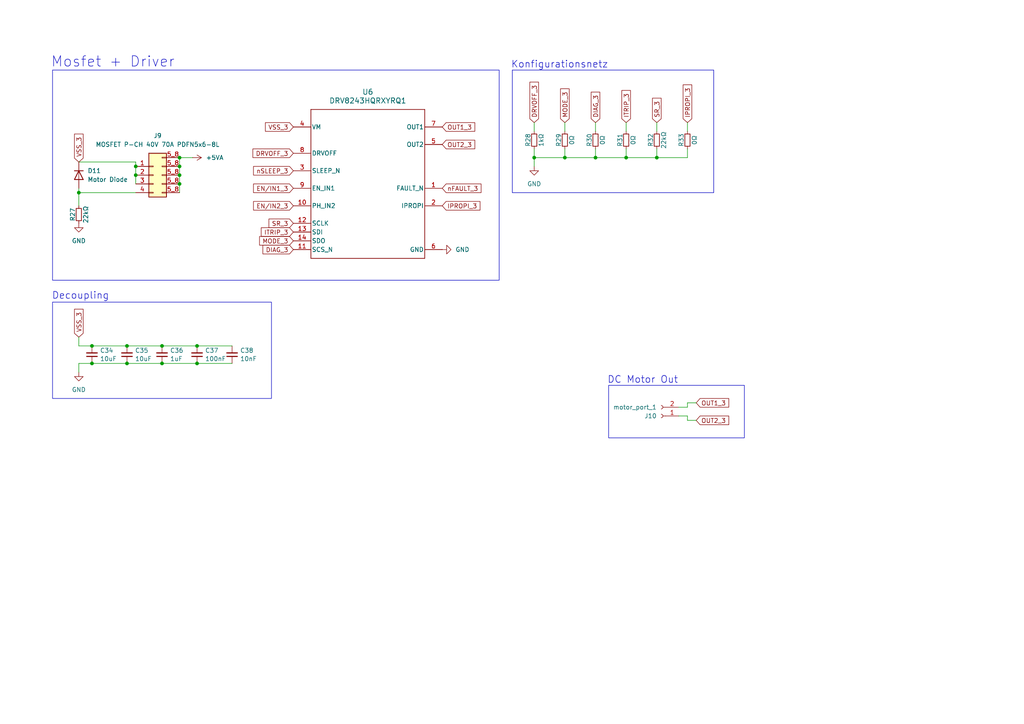
<source format=kicad_sch>
(kicad_sch (version 20250114) (generator "eeschema") (generator_version "9.0")
  (paper "A4")
  (lib_symbols
    (symbol "Connector:Conn_01x02_Socket" (pin_names (offset 1.016) (hide yes))
      (property "Reference" "J" (at 0 2.54 0))
      (property "Value" "Conn_01x02_Socket" (at 0 -5.08 0))
      (symbol "Conn_01x02_Socket_1_1"
        (polyline (pts (xy -1.27 0) (xy -0.508 0)) (stroke (width 0.1524)))
        (polyline (pts (xy -1.27 -2.54) (xy -0.508 -2.54)) (stroke (width 0.1524)))
        (arc (start 0 -0.508) (mid -0.5058 0) (end 0 0.508) (stroke (width 0.1524)))
        (arc (start 0 -3.048) (mid -0.5058 -2.54) (end 0 -2.032) (stroke (width 0.1524)))
        (pin passive line (at -5.08 0 0) (length 3.81) (name "Pin_1") (number "1"))
        (pin passive line (at -5.08 -2.54 0) (length 3.81) (name "Pin_2") (number "2"))
      )
    )
    (symbol "Connector_Generic:Conn_2Rows-09Pins" (pin_names (offset 1.016) (hide yes))
      (property "Reference" "J5" (at 1.27 -11.43 0))
      (property "Value" "MOSFET P-CH 40V 70A PDFN5x6-8L" (at 1.27 -8.89 0))
      (symbol "Conn_2Rows-09Pins_1_1"
        (rectangle (start -1.27 6.35) (end 3.81 -6.35) (stroke (width 0.254)) (fill (type background)))
        (rectangle (start -1.27 5.207) (end 0 4.953) (stroke (width 0.1524)))
        (rectangle (start -1.27 2.667) (end 0 2.413) (stroke (width 0.1524)))
        (rectangle (start -1.27 0.127) (end 0 -0.127) (stroke (width 0.1524)))
        (rectangle (start -1.27 -2.413) (end 0 -2.667) (stroke (width 0.1524)))
        (rectangle (start -1.27 -4.953) (end 0 -5.207) (stroke (width 0.1524)))
        (rectangle (start 3.81 5.207) (end 2.54 4.953) (stroke (width 0.1524)))
        (rectangle (start 3.81 2.667) (end 2.54 2.413) (stroke (width 0.1524)))
        (rectangle (start 3.81 0.127) (end 2.54 -0.127) (stroke (width 0.1524)))
        (rectangle (start 3.81 -2.413) (end 2.54 -2.667) (stroke (width 0.1524)))
        (pin passive line (at -5.08 5.08 0) (length 3.81) (name "Pin_5") (number "5_8"))
        (pin passive line (at -5.08 2.54 0) (length 3.81) (name "Pin_6") (number "5_8"))
        (pin passive line (at -5.08 0 0) (length 3.81) (name "Pin_7") (number "5_8"))
        (pin passive line (at -5.08 -2.54 0) (length 3.81) (name "Pin_8") (number "5_8"))
        (pin passive line (at -5.08 -5.08 0) (length 3.81) (name "Pin_9") (number "5_8"))
        (pin passive line (at 7.62 5.08 180) (length 3.81) (name "Pin_4") (number "4"))
        (pin passive line (at 7.62 2.54 180) (length 3.81) (name "Pin_3") (number "3"))
        (pin passive line (at 7.62 0 180) (length 3.81) (name "Pin_2") (number "2"))
        (pin passive line (at 7.62 -2.54 180) (length 3.81) (name "Pin_1") (number "1"))
      )
    )
    (symbol "DRV8243HQRXYRQ1:DRV8243HQRXYRQ1" (pin_names (offset 0.254))
      (property "Reference" "U" (at 0 2.54 0))
      (property "Value" "DRV8243HQRXYRQ1" (at 0 0 0))
      (symbol "DRV8243HQRXYRQ1_0_1"
        (polyline (pts (xy 5.08 5.08) (xy 5.08 -38.1)) (stroke (width 0.2032)))
        (polyline (pts (xy 5.08 -38.1) (xy 38.1 -38.1)) (stroke (width 0.2032)))
        (polyline (pts (xy 38.1 5.08) (xy 5.08 5.08)) (stroke (width 0.2032)))
        (polyline (pts (xy 38.1 -38.1) (xy 38.1 5.08)) (stroke (width 0.2032)))
        (pin power_in line (at 0 0 0) (length 5.08) (name "VM") (number "4"))
        (pin input line (at 0 -7.62 0) (length 5.08) (name "DRVOFF") (number "8"))
        (pin input line (at 0 -12.7 0) (length 5.08) (name "SLEEP_N") (number "3"))
        (pin input line (at 0 -17.78 0) (length 5.08) (name "EN_IN1") (number "9"))
        (pin input line (at 0 -22.86 0) (length 5.08) (name "PH_IN2") (number "10"))
        (pin input line (at 0 -27.94 0) (length 5.08) (name "SCLK") (number "12"))
        (pin input line (at 0 -30.48 0) (length 5.08) (name "SDI") (number "13"))
        (pin output line (at 0 -33.02 0) (length 5.08) (name "SDO") (number "14"))
        (pin input line (at 0 -35.56 0) (length 5.08) (name "SCS_N") (number "11"))
        (pin unspecified line (at 43.18 0 180) (length 5.08) (name "OUT1") (number "7"))
        (pin unspecified line (at 43.18 -5.08 180) (length 5.08) (name "OUT2") (number "5"))
        (pin open_collector line (at 43.18 -17.78 180) (length 5.08) (name "FAULT_N") (number "1"))
        (pin bidirectional line (at 43.18 -22.86 180) (length 5.08) (name "IPROPI") (number "2"))
        (pin power_in line (at 43.18 -35.56 180) (length 5.08) (name "GND") (number "6"))
      )
    )
    (symbol "Device:C_Small" (pin_numbers (hide yes)) (pin_names (offset 0.254) (hide yes))
      (property "Reference" "C" (at 0.254 1.778 0))
      (property "Value" "C_Small" (at 0.254 -2.032 0))
      (symbol "C_Small_0_1"
        (polyline (pts (xy -1.524 0.508) (xy 1.524 0.508)) (stroke (width 0.3048)))
        (polyline (pts (xy -1.524 -0.508) (xy 1.524 -0.508)) (stroke (width 0.3302)))
      )
      (symbol "C_Small_1_1"
        (pin passive line (at 0 2.54 270) (length 2.032) (name "~") (number "1"))
        (pin passive line (at 0 -2.54 90) (length 2.032) (name "~") (number "2"))
      )
    )
    (symbol "Device:R_Small" (pin_numbers (hide yes)) (pin_names (offset 0.254) (hide yes))
      (property "Reference" "R" (at 0.762 0.508 0))
      (property "Value" "R_Small" (at 0.762 -1.016 0))
      (symbol "R_Small_0_1"
        (rectangle (start -0.762 1.778) (end 0.762 -1.778) (stroke (width 0.2032)))
      )
      (symbol "R_Small_1_1"
        (pin passive line (at 0 2.54 270) (length 0.762) (name "~") (number "1"))
        (pin passive line (at 0 -2.54 90) (length 0.762) (name "~") (number "2"))
      )
    )
    (symbol "ScottoKeebs:Placeholder_Diode" (pin_numbers (hide yes)) (pin_names (hide yes))
      (property "Reference" "D" (at 0 2.54 0))
      (property "Value" "Diode" (at 0 -2.54 0))
      (symbol "Placeholder_Diode_0_1"
        (polyline (pts (xy -1.27 1.27) (xy -1.27 -1.27)) (stroke (width 0.254)))
        (polyline (pts (xy 1.27 1.27) (xy 1.27 -1.27) (xy -1.27 0) (xy 1.27 1.27)) (stroke (width 0.254)))
        (polyline (pts (xy 1.27 0) (xy -1.27 0)))
      )
      (symbol "Placeholder_Diode_1_1"
        (pin passive line (at -3.81 0 0) (length 2.54) (name "K") (number "1"))
        (pin passive line (at 3.81 0 180) (length 2.54) (name "A") (number "2"))
      )
    )
    (symbol "power:+5VA" (power) (pin_numbers (hide yes)) (pin_names (offset 0) (hide yes))
      (property "Value" "+5VA" (at 0 3.556 0))
      (symbol "+5VA_0_1"
        (polyline (pts (xy -0.762 1.27) (xy 0 2.54)))
        (polyline (pts (xy 0 2.54) (xy 0.762 1.27)))
        (polyline (pts (xy 0 0) (xy 0 2.54)))
      )
      (symbol "+5VA_1_1"
        (pin power_in line (at 0 0 90) (length 0) (name "~") (number "1"))
      )
    )
    (symbol "power:GND" (power) (pin_numbers (hide yes)) (pin_names (offset 0) (hide yes))
      (property "Value" "GND" (at 0 -3.81 0))
      (symbol "GND_0_1"
        (polyline (pts (xy 0 0) (xy 0 -1.27) (xy 1.27 -1.27) (xy 0 -2.54) (xy -1.27 -1.27) (xy 0 -1.27)))
      )
      (symbol "GND_1_1"
        (pin power_in line (at 0 0 270) (length 0) (name "~") (number "1"))
      )
    )
  )
  (rectangle (start 148.59 20.32) (end 207.01 55.88))
  (rectangle (start 15.24 20.32) (end 144.78 81.28))
  (rectangle (start 15.24 87.63) (end 78.74 115.57))
  (rectangle (start 176.53 111.76) (end 215.9 127))
  (text "Mosfet + Driver" (at 32.766 18.034 0) (effects (font (size 3 3))))
  (text "Decoupling" (at 23.368 85.852 0) (effects (font (size 2 2))))
  (text "DC Motor Out" (at 186.436 110.236 0) (effects (font (size 2 2))))
  (text "Konfigurationsnetz" (at 162.306 18.796 0) (effects (font (size 2 2))))
  (junction (at 36.83 100.33))
  (junction (at 181.61 45.72))
  (junction (at 39.37 48.26))
  (junction (at 52.07 45.72))
  (junction (at 52.07 53.34))
  (junction (at 46.99 100.33))
  (junction (at 52.07 48.26))
  (junction (at 190.5 45.72))
  (junction (at 154.94 45.72))
  (junction (at 22.86 55.88))
  (junction (at 46.99 105.41))
  (junction (at 52.07 50.8))
  (junction (at 57.15 100.33))
  (junction (at 26.67 105.41))
  (junction (at 36.83 105.41))
  (junction (at 163.83 45.72))
  (junction (at 57.15 105.41))
  (junction (at 172.72 45.72))
  (junction (at 39.37 50.8))
  (junction (at 26.67 100.33))
  (wire (pts (xy 163.83 45.72) (xy 163.83 43.18)))
  (wire (pts (xy 181.61 45.72) (xy 181.61 43.18)))
  (wire (pts (xy 199.39 35.56) (xy 199.39 38.1)))
  (wire (pts (xy 39.37 48.26) (xy 39.37 46.99)))
  (wire (pts (xy 172.72 45.72) (xy 172.72 43.18)))
  (wire (pts (xy 36.83 105.41) (xy 46.99 105.41)))
  (wire (pts (xy 172.72 35.56) (xy 172.72 38.1)))
  (wire (pts (xy 39.37 55.88) (xy 22.86 55.88)))
  (wire (pts (xy 172.72 45.72) (xy 181.61 45.72)))
  (wire (pts (xy 55.88 45.72) (xy 52.07 45.72)))
  (wire (pts (xy 190.5 45.72) (xy 199.39 45.72)))
  (wire (pts (xy 181.61 45.72) (xy 190.5 45.72)))
  (wire (pts (xy 22.86 46.99) (xy 39.37 46.99)))
  (wire (pts (xy 201.93 121.92) (xy 199.39 121.92)))
  (wire (pts (xy 190.5 45.72) (xy 190.5 43.18)))
  (wire (pts (xy 163.83 35.56) (xy 163.83 38.1)))
  (wire (pts (xy 199.39 118.11) (xy 196.85 118.11)))
  (wire (pts (xy 39.37 48.26) (xy 39.37 50.8)))
  (wire (pts (xy 199.39 121.92) (xy 199.39 120.65)))
  (wire (pts (xy 154.94 45.72) (xy 154.94 48.26)))
  (wire (pts (xy 201.93 116.84) (xy 199.39 116.84)))
  (wire (pts (xy 39.37 50.8) (xy 39.37 53.34)))
  (wire (pts (xy 52.07 48.26) (xy 52.07 50.8)))
  (wire (pts (xy 190.5 35.56) (xy 190.5 38.1)))
  (wire (pts (xy 52.07 50.8) (xy 52.07 53.34)))
  (wire (pts (xy 26.67 105.41) (xy 22.86 105.41)))
  (wire (pts (xy 57.15 105.41) (xy 67.31 105.41)))
  (wire (pts (xy 199.39 45.72) (xy 199.39 43.18)))
  (wire (pts (xy 36.83 100.33) (xy 46.99 100.33)))
  (wire (pts (xy 22.86 100.33) (xy 22.86 97.79)))
  (wire (pts (xy 52.07 53.34) (xy 52.07 55.88)))
  (wire (pts (xy 163.83 45.72) (xy 172.72 45.72)))
  (wire (pts (xy 46.99 105.41) (xy 57.15 105.41)))
  (wire (pts (xy 154.94 35.56) (xy 154.94 38.1)))
  (wire (pts (xy 26.67 100.33) (xy 36.83 100.33)))
  (wire (pts (xy 181.61 35.56) (xy 181.61 38.1)))
  (wire (pts (xy 22.86 105.41) (xy 22.86 107.95)))
  (wire (pts (xy 199.39 120.65) (xy 196.85 120.65)))
  (wire (pts (xy 26.67 100.33) (xy 22.86 100.33)))
  (wire (pts (xy 22.86 55.88) (xy 22.86 59.69)))
  (wire (pts (xy 154.94 45.72) (xy 163.83 45.72)))
  (wire (pts (xy 46.99 100.33) (xy 57.15 100.33)))
  (wire (pts (xy 154.94 43.18) (xy 154.94 45.72)))
  (wire (pts (xy 199.39 116.84) (xy 199.39 118.11)))
  (wire (pts (xy 22.86 55.88) (xy 22.86 54.61)))
  (wire (pts (xy 52.07 45.72) (xy 52.07 48.26)))
  (wire (pts (xy 26.67 105.41) (xy 36.83 105.41)))
  (wire (pts (xy 57.15 100.33) (xy 67.31 100.33)))
  (global_label "DRVOFF_3" (shape input) (at 85.09 44.45 180) (property "Intersheetrefs" "${INTERSHEET_REFS}" (effects (hide yes))))
  (global_label "EN{slash}IN1_3" (shape input) (at 85.09 54.61 180) (property "Intersheetrefs" "${INTERSHEET_REFS}" (effects (hide yes))))
  (global_label "MODE_3" (shape input) (at 163.83 35.56 90) (property "Intersheetrefs" "${INTERSHEET_REFS}" (effects (hide yes))))
  (global_label "VSS_3" (shape input) (at 22.86 46.99 90) (property "Intersheetrefs" "${INTERSHEET_REFS}" (effects (hide yes))))
  (global_label "SR_3" (shape input) (at 190.5 35.56 90) (property "Intersheetrefs" "${INTERSHEET_REFS}" (effects (hide yes))))
  (global_label "OUT2_3" (shape input) (at 201.93 121.92 0) (property "Intersheetrefs" "${INTERSHEET_REFS}" (effects (hide yes))))
  (global_label "DRVOFF_3" (shape input) (at 154.94 35.56 90) (property "Intersheetrefs" "${INTERSHEET_REFS}" (effects (hide yes))))
  (global_label "OUT1_3" (shape input) (at 201.93 116.84 0) (property "Intersheetrefs" "${INTERSHEET_REFS}" (effects (hide yes))))
  (global_label "DIAG_3" (shape input) (at 172.72 35.56 90) (property "Intersheetrefs" "${INTERSHEET_REFS}" (effects (hide yes))))
  (global_label "SR_3" (shape input) (at 85.09 64.77 180) (property "Intersheetrefs" "${INTERSHEET_REFS}" (effects (hide yes))))
  (global_label "VSS_3" (shape input) (at 22.86 97.79 90) (property "Intersheetrefs" "${INTERSHEET_REFS}" (effects (hide yes))))
  (global_label "IPROPI_3" (shape input) (at 128.27 59.69 0) (property "Intersheetrefs" "${INTERSHEET_REFS}" (effects (hide yes))))
  (global_label "DIAG_3" (shape input) (at 85.09 72.39 180) (property "Intersheetrefs" "${INTERSHEET_REFS}" (effects (hide yes))))
  (global_label "IPROPI_3" (shape input) (at 199.39 35.56 90) (property "Intersheetrefs" "${INTERSHEET_REFS}" (effects (hide yes))))
  (global_label "ITRIP_3" (shape input) (at 181.61 35.56 90) (property "Intersheetrefs" "${INTERSHEET_REFS}" (effects (hide yes))))
  (global_label "nFAULT_3" (shape input) (at 128.27 54.61 0) (property "Intersheetrefs" "${INTERSHEET_REFS}" (effects (hide yes))))
  (global_label "VSS_3" (shape input) (at 85.09 36.83 180) (property "Intersheetrefs" "${INTERSHEET_REFS}" (effects (hide yes))))
  (global_label "MODE_3" (shape input) (at 85.09 69.85 180) (property "Intersheetrefs" "${INTERSHEET_REFS}" (effects (hide yes))))
  (global_label "EN{slash}IN2_3" (shape input) (at 85.09 59.69 180) (property "Intersheetrefs" "${INTERSHEET_REFS}" (effects (hide yes))))
  (global_label "nSLEEP_3" (shape input) (at 85.09 49.53 180) (property "Intersheetrefs" "${INTERSHEET_REFS}" (effects (hide yes))))
  (global_label "OUT2_3" (shape input) (at 128.27 41.91 0) (property "Intersheetrefs" "${INTERSHEET_REFS}" (effects (hide yes))))
  (global_label "ITRIP_3" (shape input) (at 85.09 67.31 180) (property "Intersheetrefs" "${INTERSHEET_REFS}" (effects (hide yes))))
  (global_label "OUT1_3" (shape input) (at 128.27 36.83 0) (property "Intersheetrefs" "${INTERSHEET_REFS}" (effects (hide yes))))
  (symbol (lib_id "Device:C_Small") (at 67.31 102.87 180) (unit 1)
    (property "Reference" "C38" (at 69.6341 101.6514 0) (effects (justify right)))
    (property "Value" "10nF" (at 69.6341 104.0757 0) (effects (justify right)))
    (property "Footprint" "Capacitor_SMD:C_0805_2012Metric_Pad1.18x1.45mm_HandSolder" (effects (hide yes)))
    (property "Description" "Unpolarized capacitor, small symbol" (effects (hide yes)))
    (property "LCSC" "C1710" (effects (hide yes)))
  )
  (symbol (lib_id "Device:R_Small") (at 172.72 40.64 0) (unit 1)
    (property "Reference" "R30" (at 170.942 40.64 90))
    (property "Value" "0Ω" (at 174.752 40.64 90))
    (property "Footprint" "Resistor_SMD:R_0805_2012Metric_Pad1.20x1.40mm_HandSolder" (effects (hide yes)))
    (property "dnp" "true" (effects (hide yes)))
  )
  (symbol (lib_id "Device:R_Small") (at 199.39 40.64 0) (unit 1)
    (property "Reference" "R33" (at 197.612 40.64 90))
    (property "Value" "0Ω" (at 201.422 40.64 90))
    (property "Footprint" "Resistor_SMD:R_0805_2012Metric_Pad1.20x1.40mm_HandSolder" (effects (hide yes)))
    (property "dnp" "true" (effects (hide yes)))
  )
  (symbol (lib_id "Device:C_Small") (at 46.99 102.87 180) (unit 1)
    (property "Reference" "C36" (at 49.3141 101.6514 0) (effects (justify right)))
    (property "Value" "1uF" (at 49.3141 104.0757 0) (effects (justify right)))
    (property "Footprint" "Capacitor_SMD:C_0805_2012Metric_Pad1.18x1.45mm_HandSolder" (effects (hide yes)))
    (property "Description" "Unpolarized capacitor, small symbol" (effects (hide yes)))
    (property "LCSC" "C28323" (effects (hide yes)))
  )
  (symbol (lib_id "power:GND") (at 128.27 72.39 90) (unit 1)
    (property "Reference" "#PWR079" (effects (hide yes)))
    (property "Value" "GND" (at 132.08 72.3899 90) (effects (justify right)))
    (property "Description" "Power symbol creates a global label with name \"GND\" , ground" (effects (hide yes)))
  )
  (symbol (lib_id "ScottoKeebs:Placeholder_Diode") (at 22.86 50.8 270) (unit 1)
    (property "Reference" "D11" (at 25.4 49.5299 90) (effects (justify left)))
    (property "Value" "Motor Diode" (at 25.4 52.0699 90) (effects (justify left)))
    (property "Footprint" "LL-34:LL-34" (effects (hide yes)))
    (property "Datasheet" "https://www.lcsc.com/datasheet/C2891753.pdf" (effects (hide yes)))
    (property "Description" "Independent 11.4V~12.7V 500mW 12V LL-34 Single Zener Diodes RoHS" (effects (hide yes)))
    (property "LCSC" "C2891753" (effects (hide yes)))
  )
  (symbol (lib_id "Device:R_Small") (at 163.83 40.64 0) (unit 1)
    (property "Reference" "R29" (at 162.052 40.64 90))
    (property "Value" "0Ω" (at 165.862 40.64 90))
    (property "Footprint" "Resistor_SMD:R_0805_2012Metric_Pad1.20x1.40mm_HandSolder" (effects (hide yes)))
    (property "dnp" "true" (effects (hide yes)))
  )
  (symbol (lib_id "power:GND") (at 22.86 107.95 0) (unit 1)
    (property "Reference" "#PWR075" (effects (hide yes)))
    (property "Value" "GND" (at 22.86 113.03 0))
    (property "Description" "Power symbol creates a global label with name \"GND\" , ground" (effects (hide yes)))
  )
  (symbol (lib_id "Device:R_Small") (at 22.86 62.23 0) (unit 1)
    (property "Reference" "R27" (at 21.082 62.23 90))
    (property "Value" "22kΩ" (at 24.892 62.23 90))
    (property "Footprint" "Resistor_SMD:R_0805_2012Metric_Pad1.20x1.40mm_HandSolder" (effects (hide yes)))
    (property "Datasheet" "https://www.lcsc.com/datasheet/C2907243.pdf" (effects (hide yes)))
    (property "Description" "125mW 22kΩ 150V ±100ppm/℃ Thick Film Resistor ±1% 0805 Chip Resistor - Surface Mount RoHS" (effects (hide yes)))
    (property "LCSC" "C2907243" (effects (hide yes)))
  )
  (symbol (lib_id "Device:C_Small") (at 57.15 102.87 180) (unit 1)
    (property "Reference" "C37" (at 59.4741 101.6514 0) (effects (justify right)))
    (property "Value" "100nF" (at 59.4741 104.0757 0) (effects (justify right)))
    (property "Footprint" "Capacitor_SMD:C_0805_2012Metric_Pad1.18x1.45mm_HandSolder" (effects (hide yes)))
    (property "Description" "Unpolarized capacitor, small symbol" (effects (hide yes)))
    (property "LCSC" "C49678" (effects (hide yes)))
  )
  (symbol (lib_id "Device:C_Small") (at 26.67 102.87 180) (unit 1)
    (property "Reference" "C34" (at 28.9941 101.6514 0) (effects (justify right)))
    (property "Value" "10uF" (at 28.9941 104.0757 0) (effects (justify right)))
    (property "Footprint" "Capacitor_SMD:C_0805_2012Metric_Pad1.18x1.45mm_HandSolder" (effects (hide yes)))
    (property "Description" "Unpolarized capacitor, small symbol" (effects (hide yes)))
    (property "LCSC" "C15850" (effects (hide yes)))
  )
  (symbol (lib_id "power:+5VA") (at 55.88 45.72 270) (unit 1)
    (property "Reference" "#PWR078" (effects (hide yes)))
    (property "Value" "+5VA" (at 59.69 45.7199 90) (effects (justify left)))
    (property "Description" "Power symbol creates a global label with name \"+5VA\"" (effects (hide yes)))
  )
  (symbol (lib_id "power:GND") (at 22.86 64.77 0) (unit 1)
    (property "Reference" "#PWR072" (effects (hide yes)))
    (property "Value" "GND" (at 22.86 69.85 0))
    (property "Description" "Power symbol creates a global label with name \"GND\" , ground" (effects (hide yes)))
  )
  (symbol (lib_id "Connector_Generic:Conn_2Rows-09Pins") (at 46.99 50.8 180) (unit 1)
    (property "Reference" "J9" (at 45.72 39.37 0))
    (property "Value" "MOSFET P-CH 40V 70A PDFN5x6-8L" (at 45.72 41.91 0))
    (property "Footprint" "TSM120N06LCR RLG:TRANS_TSM018NB03CR_RLG" (effects (hide yes)))
    (property "Datasheet" "https://www.lcsc.com/datasheet/C5297498.pdf" (effects (hide yes)))
    (property "Description" "40V 70A 113W 1 P-Channel PDFN5x6-8L Single FETs, MOSFETs RoHS" (effects (hide yes)))
    (property "LCSC" "C5297498" (effects (hide yes)))
  )
  (symbol (lib_id "power:GND") (at 154.94 48.26 0) (unit 1)
    (property "Reference" "#PWR080" (effects (hide yes)))
    (property "Value" "GND" (at 154.94 53.34 0))
    (property "Description" "Power symbol creates a global label with name \"GND\" , ground" (effects (hide yes)))
  )
  (symbol (lib_id "Device:R_Small") (at 154.94 40.64 0) (unit 1)
    (property "Reference" "R28" (at 153.162 40.64 90))
    (property "Value" "1kΩ" (at 156.972 40.64 90))
    (property "Footprint" "Resistor_SMD:R_0805_2012Metric_Pad1.20x1.40mm_HandSolder" (effects (hide yes)))
    (property "Datasheet" "https://www.lcsc.com/datasheet/C95781.pdf" (effects (hide yes)))
    (property "Description" "1kΩ 125mW 150V ±100ppm/℃ Thick Film Resistor ±1% 0805 Chip Resistor - Surface Mount RoHS" (effects (hide yes)))
    (property "LCSC" "C95781" (effects (hide yes)))
  )
  (symbol (lib_id "Device:R_Small") (at 181.61 40.64 0) (unit 1)
    (property "Reference" "R31" (at 179.832 40.64 90))
    (property "Value" "0Ω" (at 183.642 40.64 90))
    (property "Footprint" "Resistor_SMD:R_0805_2012Metric_Pad1.20x1.40mm_HandSolder" (effects (hide yes)))
    (property "dnp" "true" (effects (hide yes)))
  )
  (symbol (lib_id "DRV8243HQRXYRQ1:DRV8243HQRXYRQ1") (at 85.09 36.83 0) (unit 1)
    (property "Reference" "U6" (at 106.68 26.67 0) (effects (font (size 1.524 1.524))))
    (property "Value" "DRV8243HQRXYRQ1" (at 106.68 29.21 0) (effects (font (size 1.524 1.524))))
    (property "Footprint" "DRV8243HQRXYRQ1:RXY0014A-MFG" (effects (hide yes)))
    (property "Datasheet" "https://www.ti.com/cn/lit/gpn/drv8243-q1" (effects (hide yes)))
    (property "Description" "4.5V~35V VQFN-HR-14(3x4.5) Motor Drivers, Controllers RoHS" (effects (hide yes)))
    (property "LCSC" "C3040833" (effects (hide yes)))
  )
  (symbol (lib_id "Device:R_Small") (at 190.5 40.64 0) (unit 1)
    (property "Reference" "R32" (at 188.722 40.64 90))
    (property "Value" "22kΩ" (at 192.532 40.64 90))
    (property "Footprint" "Resistor_SMD:R_0805_2012Metric_Pad1.20x1.40mm_HandSolder" (effects (hide yes)))
    (property "Datasheet" "https://www.lcsc.com/datasheet/C2907243.pdf" (effects (hide yes)))
    (property "Description" "125mW 22kΩ 150V ±100ppm/℃ Thick Film Resistor ±1% 0805 Chip Resistor - Surface Mount RoHS" (effects (hide yes)))
    (property "LCSC" "C2907243" (effects (hide yes)))
  )
  (symbol (lib_id "Device:C_Small") (at 36.83 102.87 180) (unit 1)
    (property "Reference" "C35" (at 39.1541 101.6514 0) (effects (justify right)))
    (property "Value" "10uF" (at 39.1541 104.0757 0) (effects (justify right)))
    (property "Footprint" "Capacitor_SMD:C_0805_2012Metric_Pad1.18x1.45mm_HandSolder" (effects (hide yes)))
    (property "Description" "Unpolarized capacitor, small symbol" (effects (hide yes)))
    (property "LCSC" "C15850" (effects (hide yes)))
  )
  (symbol (lib_id "Connector:Conn_01x02_Socket") (at 191.77 120.65 180) (unit 1)
    (property "Reference" "J10" (at 190.5 120.6501 0) (effects (justify left)))
    (property "Value" "motor_port_1" (at 190.5 118.1101 0) (effects (justify left)))
    (property "Footprint" "Connector_Wire:SolderWire-2sqmm_1x02_P7.8mm_D2mm_OD3.9mm" (effects (hide yes)))
    (property "Description" "Generic connector, single row, 01x02, script generated" (effects (hide yes)))
  )
)
</source>
